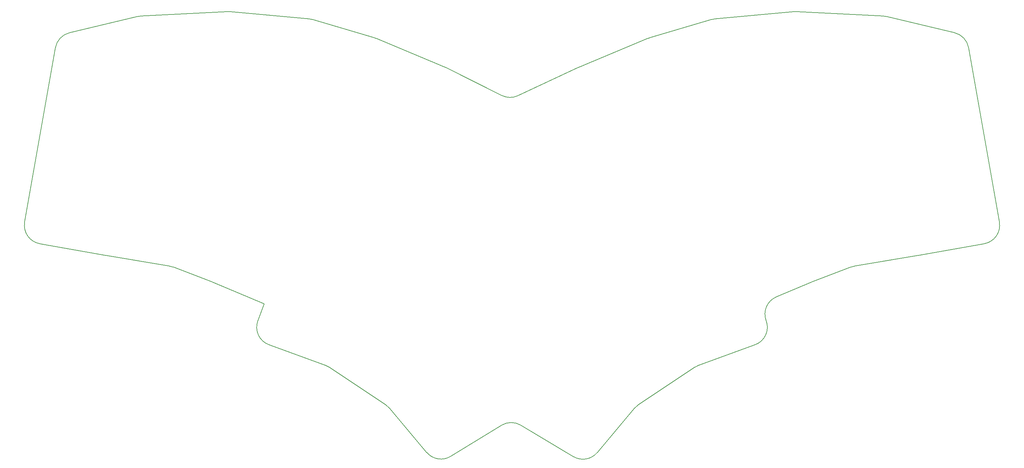
<source format=gbr>
%TF.GenerationSoftware,KiCad,Pcbnew,9.0.2*%
%TF.CreationDate,2025-06-13T21:11:19+02:00*%
%TF.ProjectId,quacken_pcb,71756163-6b65-46e5-9f70-63622e6b6963,v1.0.0*%
%TF.SameCoordinates,Original*%
%TF.FileFunction,Profile,NP*%
%FSLAX46Y46*%
G04 Gerber Fmt 4.6, Leading zero omitted, Abs format (unit mm)*
G04 Created by KiCad (PCBNEW 9.0.2) date 2025-06-13 21:11:19*
%MOMM*%
%LPD*%
G01*
G04 APERTURE LIST*
%TA.AperFunction,Profile*%
%ADD10C,0.150000*%
%TD*%
G04 APERTURE END LIST*
D10*
X121317470Y-79634662D02*
G75*
G02*
X122047371Y-79648960I267330J-4990638D01*
G01*
X247055931Y-175361478D02*
G75*
G02*
X248115960Y-174825517I2769869J-4162022D01*
G01*
X220731930Y-198372969D02*
G75*
G02*
X214335168Y-199450057I-3830230J3213969D01*
G01*
X266188132Y-162926889D02*
G75*
G02*
X263199744Y-169335383I-4698532J-1710011D01*
G01*
X251413813Y-81808055D02*
G75*
G02*
X252371442Y-81623544I1420187J-4793545D01*
G01*
X307105981Y-145261436D02*
X324818846Y-142138179D01*
X278322038Y-152489657D02*
G75*
G02*
X278489459Y-152422484I1956362J-4633743D01*
G01*
X252371442Y-81623541D02*
X273617828Y-79648973D01*
X214335169Y-199450056D02*
X200184090Y-190986094D01*
X105835757Y-148208970D02*
G75*
G02*
X106772873Y-148464566I-841157J-4929730D01*
G01*
X129477063Y-162926894D02*
X131152962Y-158322395D01*
X266137969Y-162789078D02*
X266188132Y-162926889D01*
X278322043Y-152489658D02*
X268891035Y-156472960D01*
X263199773Y-169335462D02*
X248115961Y-174825519D01*
X70846337Y-142138180D02*
G75*
G02*
X66790510Y-136345891I868263J4924080D01*
G01*
X163897269Y-185535581D02*
X148609258Y-175361472D01*
X143293761Y-81623546D02*
G75*
G02*
X144251386Y-81808071I-462361J-4976654D01*
G01*
X132465424Y-169335455D02*
G75*
G02*
X129477113Y-162926912I1710176J4698455D01*
G01*
X179852184Y-94629383D02*
G75*
G02*
X180165038Y-94772794I-1925384J-4613217D01*
G01*
X230707826Y-186484149D02*
G75*
G02*
X231767929Y-185535586I3829774J-3213451D01*
G01*
X195004651Y-191014184D02*
X181346170Y-199385948D01*
X70846337Y-142138180D02*
X88559205Y-145261435D01*
X316828645Y-85356752D02*
G75*
G02*
X320588181Y-89351017I-1164445J-4862448D01*
G01*
X181346171Y-199385952D02*
G75*
G02*
X174903057Y-198336923I-2612871J4263052D01*
G01*
X288892321Y-148464561D02*
G75*
G02*
X289829431Y-148208958I1778479J-4674739D01*
G01*
X298727272Y-81021731D02*
X316828645Y-85356749D01*
X88586574Y-145266187D02*
G75*
G02*
X88559205Y-145261435I886326J5185987D01*
G01*
X163897269Y-185535581D02*
G75*
G02*
X164957370Y-186484144I-2770669J-4163119D01*
G01*
X230707826Y-186484149D02*
X220731928Y-198372971D01*
X66790542Y-136345897D02*
X75077011Y-89351018D01*
X328874643Y-136345896D02*
G75*
G02*
X324818845Y-142138171I-4923943J-868304D01*
G01*
X78836543Y-85356759D02*
X96937917Y-81021721D01*
X160814743Y-86715274D02*
G75*
G02*
X161320191Y-86895026I-1421843J-4798626D01*
G01*
X288892321Y-148464561D02*
X278489459Y-152422484D01*
X75077011Y-89351018D02*
G75*
G02*
X78836544Y-85356764I4924009J-868222D01*
G01*
X180165038Y-94772795D02*
X195081464Y-102241681D01*
X122047370Y-79648966D02*
X143293761Y-81623546D01*
X234850443Y-86715281D02*
X251413813Y-81808055D01*
X199442974Y-102297782D02*
G75*
G02*
X195081469Y-102241670I-2122874J4526882D01*
G01*
X131152962Y-158322395D02*
X117343156Y-152489662D01*
X147549237Y-174825519D02*
X132465424Y-169335455D01*
X161320190Y-86895028D02*
X179852182Y-94629385D01*
X247055931Y-175361478D02*
X231767924Y-185535579D01*
X199442974Y-102297782D02*
X215556492Y-94741489D01*
X307078613Y-145266186D02*
X289829432Y-148208965D01*
X195004656Y-191014173D02*
G75*
G02*
X200184111Y-190986058I2612944J-4263027D01*
G01*
X215753617Y-94654179D02*
X234344993Y-86895040D01*
X117175733Y-152422488D02*
G75*
G02*
X117343155Y-152489663I-1787933J-4698312D01*
G01*
X273617828Y-79648973D02*
G75*
G02*
X274347727Y-79634661I462672J-4976727D01*
G01*
X307105989Y-145261435D02*
G75*
G02*
X307078613Y-145266186I-997689J5667335D01*
G01*
X97835213Y-80891377D02*
X121317470Y-79634662D01*
X105835757Y-148208970D02*
X88586574Y-145266187D01*
X117175733Y-152422485D02*
X106772875Y-148464560D01*
X320588178Y-89351014D02*
X328874643Y-136345896D01*
X266137969Y-162789078D02*
G75*
G02*
X268891030Y-156472949I4698531J1710078D01*
G01*
X96937917Y-81021721D02*
G75*
G02*
X97835213Y-80891382I1164283J-4861479D01*
G01*
X297829971Y-80891374D02*
G75*
G02*
X298727270Y-81021738I-267071J-4991526D01*
G01*
X147549237Y-174825519D02*
G75*
G02*
X148609257Y-175361473I-1710137J-4698581D01*
G01*
X215556494Y-94741476D02*
G75*
G02*
X215753617Y-94654180I2105806J-4488924D01*
G01*
X234344993Y-86895039D02*
G75*
G02*
X234850442Y-86715278I1924207J-4609961D01*
G01*
X144251388Y-81808063D02*
X160814743Y-86715274D01*
X274347727Y-79634661D02*
X297829971Y-80891374D01*
X174903042Y-198336936D02*
X164957366Y-186484147D01*
M02*

</source>
